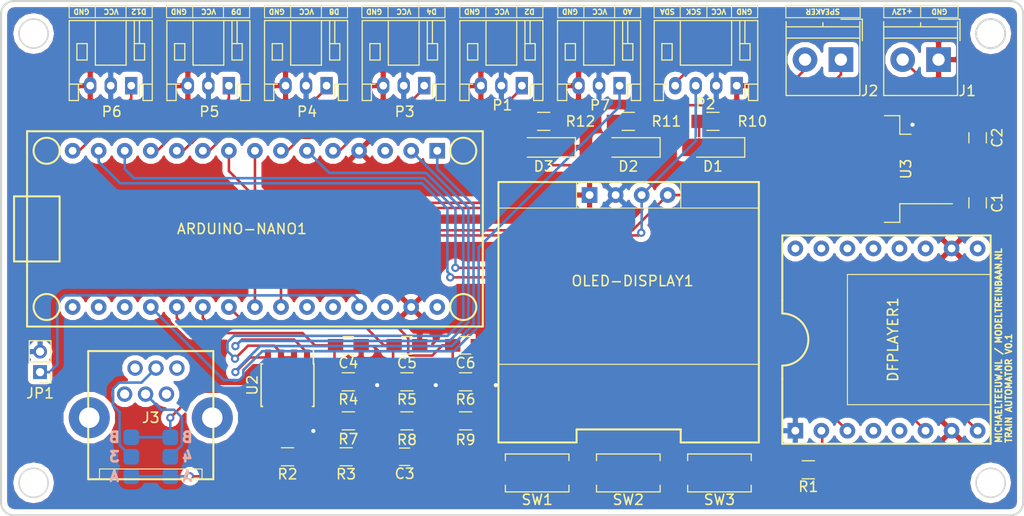
<source format=kicad_pcb>
(kicad_pcb (version 20170922) (host pcbnew "(2017-10-17 revision 537804b)-master")
  (layers (0 F.Cu signal) (31 B.Cu signal) (34 B.Paste user) (35 F.Paste user) (36 B.SilkS user) (37 F.SilkS user) (38 B.Mask user) (39 F.Mask user) (44 Edge.Cuts user))
  (layers (0 F.Cu signal) (31 B.Cu signal) (34 B.Paste user) (35 F.Paste user) (36 B.SilkS user) (37 F.SilkS user) (38 B.Mask user) (39 F.Mask user) (44 Edge.Cuts user))
  (net 0 "")
  (net 1 485_RX)
  (net 2 485_TX)
  (net 3 GND)
  (net 4 D2)
  (net 5 485_RSE)
  (net 6 D4)
  (net 7 LED1)
  (net 8 LED2)
  (net 9 LED3)
  (net 10 D8)
  (net 11 D9)
  (net 12 DFP_TX)
  (net 13 DFP_RX)
  (net 14 D12)
  (net 15 A0)
  (net 16 SW1)
  (net 17 SW2)
  (net 18 SW3)
  (net 19 SDA)
  (net 20 SCK)
  (net 21 +12V)
  (net 22 +5V)
  (net 23 "Net-(C3-Pad1)")
  (net 24 "Net-(D2-Pad2)")
  (net 25 "Net-(D3-Pad2)")
  (net 26 SPK_2)
  (net 27 SPK_1)
  (net 28 PHONE-A)
  (net 29 PHONE-B)
  (net 30 "Net-(R7-Pad2)")
  (net 31 "Net-(R8-Pad2)")
  (net 32 "Net-(R9-Pad2)")
  (net 33 "Net-(D1-Pad2)")
  (net 34 "Net-(ARDUINO-NANO1-Pad27)")
  (net 35 "Net-(DFPLAYER1-Pad2)")
  (net 36 RS485-B)
  (net 37 RS485-A)
  (net 38 "Net-(ARDUINO-NANO1-Pad3)")
  (net 39 "Net-(ARDUINO-NANO1-Pad16)")
  (net 40 "Net-(ARDUINO-NANO1-Pad17)")
  (net 41 "Net-(ARDUINO-NANO1-Pad18)")
  (net 42 "Net-(ARDUINO-NANO1-Pad25)")
  (net 43 "Net-(ARDUINO-NANO1-Pad26)")
  (net 44 "Net-(ARDUINO-NANO1-Pad28)")
  (net 45 "Net-(ARDUINO-NANO1-Pad30)")
  (net 46 "Net-(DFPLAYER1-Pad16)")
  (net 47 "Net-(DFPLAYER1-Pad15)")
  (net 48 "Net-(DFPLAYER1-Pad14)")
  (net 49 "Net-(DFPLAYER1-Pad13)")
  (net 50 "Net-(DFPLAYER1-Pad12)")
  (net 51 "Net-(DFPLAYER1-Pad11)")
  (net 52 "Net-(DFPLAYER1-Pad9)")
  (net 53 "Net-(DFPLAYER1-Pad5)")
  (net 54 "Net-(DFPLAYER1-Pad4)")
  (net 55 "Net-(J3-Pad7)")
  (net 56 "Net-(J3-Pad8)")
  (net 57 "Net-(J3-Pad2)")
  (net 58 "Net-(J3-Pad1)")
  (net 59 "Net-(J3-Pad5)")
  (net 60 "Net-(J3-Pad6)")
  (module DFPlayer:DFPlayerMini (layer F.Cu) (at 89.535 53.975 90)
    (fp_text reference DFPLAYER1 (at 8.89 9.525 90) (layer F.SilkS))
    (fp_text value DFPLAYER)
    (pad 16 thru_hole circle (at 17.78 0 90) (size 1.524 1.524) (drill 0.762) (layers *.Cu *.Mask) (net 46 "Net-(DFPLAYER1-Pad16)"))
    (pad 15 thru_hole circle (at 17.78 2.54 90) (size 1.524 1.524) (drill 0.762) (layers *.Cu *.Mask) (net 47 "Net-(DFPLAYER1-Pad15)"))
    (pad 14 thru_hole circle (at 17.78 5.08 90) (size 1.524 1.524) (drill 0.762) (layers *.Cu *.Mask) (net 48 "Net-(DFPLAYER1-Pad14)"))
    (pad 13 thru_hole circle (at 17.78 7.62 90) (size 1.524 1.524) (drill 0.762) (layers *.Cu *.Mask) (net 49 "Net-(DFPLAYER1-Pad13)"))
    (pad 12 thru_hole circle (at 17.78 10.16 90) (size 1.524 1.524) (drill 0.762) (layers *.Cu *.Mask) (net 50 "Net-(DFPLAYER1-Pad12)"))
    (pad 11 thru_hole circle (at 17.78 12.7 90) (size 1.524 1.524) (drill 0.762) (layers *.Cu *.Mask) (net 51 "Net-(DFPLAYER1-Pad11)"))
    (pad 10 thru_hole circle (at 17.78 15.24 90) (size 1.524 1.524) (drill 0.762) (layers *.Cu *.Mask) (net 3 GND))
    (pad 9 thru_hole circle (at 17.78 17.78 90) (size 1.524 1.524) (drill 0.762) (layers *.Cu *.Mask) (net 52 "Net-(DFPLAYER1-Pad9)"))
    (pad 8 thru_hole circle (at 0 17.78 90) (size 1.524 1.524) (drill 0.762) (layers *.Cu *.Mask) (net 26 SPK_2))
    (pad 7 thru_hole circle (at 0 15.24 90) (size 1.524 1.524) (drill 0.762) (layers *.Cu *.Mask) (net 3 GND))
    (pad 6 thru_hole circle (at 0 12.7 90) (size 1.524 1.524) (drill 0.762) (layers *.Cu *.Mask) (net 27 SPK_1))
    (pad 5 thru_hole circle (at 0 10.16 90) (size 1.524 1.524) (drill 0.762) (layers *.Cu *.Mask) (net 53 "Net-(DFPLAYER1-Pad5)"))
    (pad 4 thru_hole circle (at 0 7.62 90) (size 1.524 1.524) (drill 0.762) (layers *.Cu *.Mask) (net 54 "Net-(DFPLAYER1-Pad4)"))
    (pad 3 thru_hole circle (at 0 5.08 90) (size 1.524 1.524) (drill 0.762) (layers *.Cu *.Mask) (net 12 DFP_TX))
    (pad 2 thru_hole circle (at 0 2.54 90) (size 1.524 1.524) (drill 0.762) (layers *.Cu *.Mask) (net 35 "Net-(DFPLAYER1-Pad2)"))
    (pad 1 thru_hole rect (at 0 0 90) (size 1.524 1.524) (drill 0.762) (layers *.Cu *.Mask) (net 22 +5V))
  )
  (module Capacitors_SMD:C_0805_HandSoldering (layer F.Cu) (at 107.315 31.75 90)
    (fp_text reference C1 (at 0 1.905 90) (layer F.SilkS))
    (fp_text value 0.33uF)
    (pad 1 smd rect (at -1.25 0 90) (size 1.5 1.25) (layers F.Cu F.Paste F.Mask) (net 21 +12V))
    (pad 2 smd rect (at 1.25 0 90) (size 1.5 1.25) (layers F.Cu F.Paste F.Mask) (net 3 GND))
  )
  (module Capacitors_SMD:C_0805_HandSoldering (layer F.Cu) (at 107.315 25.4 270)
    (fp_text reference C2 (at 0 -1.905 270) (layer F.SilkS))
    (fp_text value 0.1uF)
    (pad 1 smd rect (at -1.25 0 270) (size 1.5 1.25) (layers F.Cu F.Paste F.Mask) (net 22 +5V))
    (pad 2 smd rect (at 1.25 0 270) (size 1.5 1.25) (layers F.Cu F.Paste F.Mask) (net 3 GND))
  )
  (module Capacitors_SMD:C_0805_HandSoldering (layer F.Cu) (at 51.435 56.515)
    (fp_text reference C3 (at 0 1.651) (layer F.SilkS))
    (fp_text value 0.1uF)
    (pad 1 smd rect (at -1.25 0) (size 1.5 1.25) (layers F.Cu F.Paste F.Mask) (net 23 "Net-(C3-Pad1)"))
    (pad 2 smd rect (at 1.25 0) (size 1.5 1.25) (layers F.Cu F.Paste F.Mask) (net 3 GND))
  )
  (module Capacitors_SMD:C_0805_HandSoldering (layer F.Cu) (at 45.93923 45.646866)
    (fp_text reference C4 (at 0 1.724134) (layer F.SilkS))
    (fp_text value 0.1uF)
    (pad 2 smd rect (at 1.25 0) (size 1.5 1.25) (layers F.Cu F.Paste F.Mask) (net 3 GND))
    (pad 1 smd rect (at -1.25 0) (size 1.5 1.25) (layers F.Cu F.Paste F.Mask) (net 16 SW1))
  )
  (module Capacitors_SMD:C_0805_HandSoldering (layer F.Cu) (at 51.65423 45.646866)
    (fp_text reference C5 (at 0 1.724134) (layer F.SilkS))
    (fp_text value 0.1uF)
    (pad 2 smd rect (at 1.25 0) (size 1.5 1.25) (layers F.Cu F.Paste F.Mask) (net 3 GND))
    (pad 1 smd rect (at -1.25 0) (size 1.5 1.25) (layers F.Cu F.Paste F.Mask) (net 17 SW2))
  )
  (module Capacitors_SMD:C_0805_HandSoldering (layer F.Cu) (at 57.36923 45.646866)
    (fp_text reference C6 (at 0 1.724134) (layer F.SilkS))
    (fp_text value 0.1uF)
    (pad 2 smd rect (at 1.25 0) (size 1.5 1.25) (layers F.Cu F.Paste F.Mask) (net 3 GND))
    (pad 1 smd rect (at -1.25 0) (size 1.5 1.25) (layers F.Cu F.Paste F.Mask) (net 18 SW3))
  )
  (module LEDs:LED_1206_HandSoldering (layer F.Cu) (at 73.24423 26.342866 180)
    (fp_text reference D2 (at 0 -1.85 180) (layer F.SilkS))
    (fp_text value LED)
    (pad 2 smd rect (at 2 0 180) (size 2 1.7) (layers F.Cu F.Paste F.Mask) (net 24 "Net-(D2-Pad2)"))
    (pad 1 smd rect (at -2 0 180) (size 2 1.7) (layers F.Cu F.Paste F.Mask) (net 3 GND))
  )
  (module LEDs:LED_1206_HandSoldering (layer F.Cu) (at 64.98923 26.342866 180)
    (fp_text reference D3 (at 0 -1.85 180) (layer F.SilkS))
    (fp_text value LED)
    (pad 2 smd rect (at 2 0 180) (size 2 1.7) (layers F.Cu F.Paste F.Mask) (net 25 "Net-(D3-Pad2)"))
    (pad 1 smd rect (at -2 0 180) (size 2 1.7) (layers F.Cu F.Paste F.Mask) (net 3 GND))
  )
  (module Connectors_Terminal_Blocks:TerminalBlock_4UCON_19963_02x3.5mm_Straight (layer F.Cu) (at 103.505 17.78 180)
    (fp_text reference J1 (at -2.794 -3.048 180) (layer F.SilkS))
    (fp_text value Screw_Terminal_1x02)
    (pad 2 thru_hole circle (at 3.5 0 180) (size 2.4 2.4) (drill 1.2) (layers *.Cu *.Mask) (net 21 +12V))
    (pad 1 thru_hole rect (at 0 0 180) (size 2.4 2.4) (drill 1.2) (layers *.Cu *.Mask) (net 3 GND))
  )
  (module Connectors_Terminal_Blocks:TerminalBlock_4UCON_19963_02x3.5mm_Straight (layer F.Cu) (at 93.98 17.78 180)
    (fp_text reference J2 (at -2.794 -3.048 180) (layer F.SilkS))
    (fp_text value Screw_Terminal_1x02)
    (pad 1 thru_hole rect (at 0 0 180) (size 2.4 2.4) (drill 1.2) (layers *.Cu *.Mask) (net 26 SPK_2))
    (pad 2 thru_hole circle (at 3.5 0 180) (size 2.4 2.4) (drill 1.2) (layers *.Cu *.Mask) (net 27 SPK_1))
  )
  (module Pin_Headers:Pin_Header_Straight_1x02_Pitch2.00mm (layer F.Cu) (at 15.875 48.26 180)
    (fp_text reference JP1 (at 0 -2.06 180) (layer F.SilkS))
    (fp_text value Jumper_NC_Small)
    (pad 2 thru_hole oval (at 0 2 180) (size 1.35 1.35) (drill 0.8) (layers *.Cu *.Mask) (net 22 +5V))
    (pad 1 thru_hole rect (at 0 0 180) (size 1.35 1.35) (drill 0.8) (layers *.Cu *.Mask) (net 34 "Net-(ARDUINO-NANO1-Pad27)"))
  )
  (module Connectors_JST:JST_PH_S3B-PH-K_03x2.00mm_Angled (layer F.Cu) (at 62.865 20.32 180)
    (fp_text reference P1 (at 1.905 -1.905 180) (layer F.SilkS))
    (fp_text value CONN_01X03)
    (pad 1 thru_hole rect (at 0 0 180) (size 1.2 1.7) (drill 0.75) (layers *.Cu *.Mask) (net 4 D2))
    (pad 2 thru_hole oval (at 2 0 180) (size 1.2 1.7) (drill 0.75) (layers *.Cu *.Mask) (net 22 +5V))
    (pad 3 thru_hole oval (at 4 0 180) (size 1.2 1.7) (drill 0.75) (layers *.Cu *.Mask) (net 3 GND))
  )
  (module Connectors_JST:JST_PH_S4B-PH-K_04x2.00mm_Angled (layer F.Cu) (at 83.82 20.32 180)
    (fp_text reference P2 (at 3.048 -1.778 180) (layer F.SilkS))
    (fp_text value CONN_01X04)
    (pad 4 thru_hole oval (at 6 0 180) (size 1.2 1.7) (drill 0.75) (layers *.Cu *.Mask) (net 19 SDA))
    (pad 3 thru_hole oval (at 4 0 180) (size 1.2 1.7) (drill 0.75) (layers *.Cu *.Mask) (net 20 SCK))
    (pad 2 thru_hole oval (at 2 0 180) (size 1.2 1.7) (drill 0.75) (layers *.Cu *.Mask) (net 22 +5V))
    (pad 1 thru_hole rect (at 0 0 180) (size 1.2 1.7) (drill 0.75) (layers *.Cu *.Mask) (net 3 GND))
  )
  (module Connectors_JST:JST_PH_S3B-PH-K_03x2.00mm_Angled (layer F.Cu) (at 53.34 20.32 180)
    (fp_text reference P3 (at 1.905 -2.54 180) (layer F.SilkS))
    (fp_text value CONN_01X03)
    (pad 3 thru_hole oval (at 4 0 180) (size 1.2 1.7) (drill 0.75) (layers *.Cu *.Mask) (net 3 GND))
    (pad 2 thru_hole oval (at 2 0 180) (size 1.2 1.7) (drill 0.75) (layers *.Cu *.Mask) (net 22 +5V))
    (pad 1 thru_hole rect (at 0 0 180) (size 1.2 1.7) (drill 0.75) (layers *.Cu *.Mask) (net 6 D4))
  )
  (module Connectors_JST:JST_PH_S3B-PH-K_03x2.00mm_Angled (layer F.Cu) (at 43.815 20.32 180)
    (fp_text reference P4 (at 1.905 -2.54 180) (layer F.SilkS))
    (fp_text value CONN_01X03)
    (pad 1 thru_hole rect (at 0 0 180) (size 1.2 1.7) (drill 0.75) (layers *.Cu *.Mask) (net 10 D8))
    (pad 2 thru_hole oval (at 2 0 180) (size 1.2 1.7) (drill 0.75) (layers *.Cu *.Mask) (net 22 +5V))
    (pad 3 thru_hole oval (at 4 0 180) (size 1.2 1.7) (drill 0.75) (layers *.Cu *.Mask) (net 3 GND))
  )
  (module Connectors_JST:JST_PH_S3B-PH-K_03x2.00mm_Angled (layer F.Cu) (at 34.29 20.32 180)
    (fp_text reference P5 (at 1.905 -2.54 180) (layer F.SilkS))
    (fp_text value CONN_01X03)
    (pad 3 thru_hole oval (at 4 0 180) (size 1.2 1.7) (drill 0.75) (layers *.Cu *.Mask) (net 3 GND))
    (pad 2 thru_hole oval (at 2 0 180) (size 1.2 1.7) (drill 0.75) (layers *.Cu *.Mask) (net 22 +5V))
    (pad 1 thru_hole rect (at 0 0 180) (size 1.2 1.7) (drill 0.75) (layers *.Cu *.Mask) (net 11 D9))
  )
  (module Connectors_JST:JST_PH_S3B-PH-K_03x2.00mm_Angled (layer F.Cu) (at 24.765 20.32 180)
    (fp_text reference P6 (at 1.905 -2.54 180) (layer F.SilkS))
    (fp_text value CONN_01X03)
    (pad 1 thru_hole rect (at 0 0 180) (size 1.2 1.7) (drill 0.75) (layers *.Cu *.Mask) (net 14 D12))
    (pad 2 thru_hole oval (at 2 0 180) (size 1.2 1.7) (drill 0.75) (layers *.Cu *.Mask) (net 22 +5V))
    (pad 3 thru_hole oval (at 4 0 180) (size 1.2 1.7) (drill 0.75) (layers *.Cu *.Mask) (net 3 GND))
  )
  (module Connectors_JST:JST_PH_S3B-PH-K_03x2.00mm_Angled (layer F.Cu) (at 72.39 20.32 180)
    (fp_text reference P7 (at 1.905 -1.905 180) (layer F.SilkS))
    (fp_text value CONN_01X03)
    (pad 3 thru_hole oval (at 4 0 180) (size 1.2 1.7) (drill 0.75) (layers *.Cu *.Mask) (net 3 GND))
    (pad 2 thru_hole oval (at 2 0 180) (size 1.2 1.7) (drill 0.75) (layers *.Cu *.Mask) (net 22 +5V))
    (pad 1 thru_hole rect (at 0 0 180) (size 1.2 1.7) (drill 0.75) (layers *.Cu *.Mask) (net 15 A0))
  )
  (module Resistors_SMD:R_0805_HandSoldering (layer F.Cu) (at 90.805 57.785 180)
    (fp_text reference R1 (at 0 -1.651 180) (layer F.SilkS))
    (fp_text value 1K)
    (pad 2 smd rect (at 1.35 0 180) (size 1.5 1.3) (layers F.Cu F.Paste F.Mask) (net 13 DFP_RX))
    (pad 1 smd rect (at -1.35 0 180) (size 1.5 1.3) (layers F.Cu F.Paste F.Mask) (net 35 "Net-(DFPLAYER1-Pad2)"))
  )
  (module Resistors_SMD:R_0805_HandSoldering (layer F.Cu) (at 40.005 56.515 180)
    (fp_text reference R2 (at 0 -1.7 180) (layer F.SilkS))
    (fp_text value 120R)
    (pad 2 smd rect (at 1.35 0 180) (size 1.5 1.3) (layers F.Cu F.Paste F.Mask) (net 37 RS485-A))
    (pad 1 smd rect (at -1.35 0 180) (size 1.5 1.3) (layers F.Cu F.Paste F.Mask) (net 36 RS485-B))
  )
  (module Resistors_SMD:R_0805_HandSoldering (layer F.Cu) (at 45.72 56.515 180)
    (fp_text reference R3 (at 0 -1.7 180) (layer F.SilkS))
    (fp_text value 1K)
    (pad 1 smd rect (at -1.35 0 180) (size 1.5 1.3) (layers F.Cu F.Paste F.Mask) (net 23 "Net-(C3-Pad1)"))
    (pad 2 smd rect (at 1.35 0 180) (size 1.5 1.3) (layers F.Cu F.Paste F.Mask) (net 5 485_RSE))
  )
  (module Resistors_SMD:R_0805_HandSoldering (layer F.Cu) (at 45.93923 49.202866 180)
    (fp_text reference R4 (at 0 -1.724134 180) (layer F.SilkS))
    (fp_text value 10K)
    (pad 2 smd rect (at 1.35 0 180) (size 1.5 1.3) (layers F.Cu F.Paste F.Mask) (net 16 SW1))
    (pad 1 smd rect (at -1.35 0 180) (size 1.5 1.3) (layers F.Cu F.Paste F.Mask) (net 22 +5V))
  )
  (module Resistors_SMD:R_0805_HandSoldering (layer F.Cu) (at 51.65423 49.202866 180)
    (fp_text reference R5 (at 0 -1.724134 180) (layer F.SilkS))
    (fp_text value 10K)
    (pad 2 smd rect (at 1.35 0 180) (size 1.5 1.3) (layers F.Cu F.Paste F.Mask) (net 17 SW2))
    (pad 1 smd rect (at -1.35 0 180) (size 1.5 1.3) (layers F.Cu F.Paste F.Mask) (net 22 +5V))
  )
  (module Resistors_SMD:R_0805_HandSoldering (layer F.Cu) (at 57.36923 49.202866 180)
    (fp_text reference R6 (at 0 -1.724134 180) (layer F.SilkS))
    (fp_text value 10K)
    (pad 2 smd rect (at 1.35 0 180) (size 1.5 1.3) (layers F.Cu F.Paste F.Mask) (net 18 SW3))
    (pad 1 smd rect (at -1.35 0 180) (size 1.5 1.3) (layers F.Cu F.Paste F.Mask) (net 22 +5V))
  )
  (module Resistors_SMD:R_0805_HandSoldering (layer F.Cu) (at 45.93923 53.012866)
    (fp_text reference R7 (at 0 1.778) (layer F.SilkS))
    (fp_text value 1K)
    (pad 1 smd rect (at -1.35 0) (size 1.5 1.3) (layers F.Cu F.Paste F.Mask) (net 16 SW1))
    (pad 2 smd rect (at 1.35 0) (size 1.5 1.3) (layers F.Cu F.Paste F.Mask) (net 30 "Net-(R7-Pad2)"))
  )
  (module Resistors_SMD:R_0805_HandSoldering (layer F.Cu) (at 51.65423 53.012866)
    (fp_text reference R8 (at 0 1.851134) (layer F.SilkS))
    (fp_text value 1K)
    (pad 1 smd rect (at -1.35 0) (size 1.5 1.3) (layers F.Cu F.Paste F.Mask) (net 17 SW2))
    (pad 2 smd rect (at 1.35 0) (size 1.5 1.3) (layers F.Cu F.Paste F.Mask) (net 31 "Net-(R8-Pad2)"))
  )
  (module Resistors_SMD:R_0805_HandSoldering (layer F.Cu) (at 57.36923 53.012866)
    (fp_text reference R9 (at 0 1.851134) (layer F.SilkS))
    (fp_text value 1K)
    (pad 1 smd rect (at -1.35 0) (size 1.5 1.3) (layers F.Cu F.Paste F.Mask) (net 18 SW3))
    (pad 2 smd rect (at 1.35 0) (size 1.5 1.3) (layers F.Cu F.Paste F.Mask) (net 32 "Net-(R9-Pad2)"))
  )
  (module Resistors_SMD:R_0805_HandSoldering (layer F.Cu) (at 81.49923 23.802866)
    (fp_text reference R10 (at 3.84477 0) (layer F.SilkS))
    (fp_text value 150R)
    (pad 1 smd rect (at -1.35 0) (size 1.5 1.3) (layers F.Cu F.Paste F.Mask) (net 33 "Net-(D1-Pad2)"))
    (pad 2 smd rect (at 1.35 0) (size 1.5 1.3) (layers F.Cu F.Paste F.Mask) (net 7 LED1))
  )
  (module Resistors_SMD:R_0805_HandSoldering (layer F.Cu) (at 73.24423 23.802866)
    (fp_text reference R11 (at 3.71777 0) (layer F.SilkS))
    (fp_text value 150R)
    (pad 1 smd rect (at -1.35 0) (size 1.5 1.3) (layers F.Cu F.Paste F.Mask) (net 24 "Net-(D2-Pad2)"))
    (pad 2 smd rect (at 1.35 0) (size 1.5 1.3) (layers F.Cu F.Paste F.Mask) (net 8 LED2))
  )
  (module Resistors_SMD:R_0805_HandSoldering (layer F.Cu) (at 64.98923 23.802866)
    (fp_text reference R12 (at 3.59077 0) (layer F.SilkS))
    (fp_text value 150R)
    (pad 2 smd rect (at 1.35 0) (size 1.5 1.3) (layers F.Cu F.Paste F.Mask) (net 9 LED3))
    (pad 1 smd rect (at -1.35 0) (size 1.5 1.3) (layers F.Cu F.Paste F.Mask) (net 25 "Net-(D3-Pad2)"))
  )
  (module Buttons_Switches_SMD:SW_SPST_EVQPE1 (layer F.Cu) (at 64.35423 58.092866)
    (fp_text reference SW1 (at 0 2.613134) (layer F.SilkS))
    (fp_text value SW_Push)
    (pad 1 smd rect (at -2.7 0) (size 2 1.6) (layers F.Cu F.Paste F.Mask) (net 3 GND))
    (pad 2 smd rect (at 2.7 0) (size 2 1.6) (layers F.Cu F.Paste F.Mask) (net 30 "Net-(R7-Pad2)"))
  )
  (module Buttons_Switches_SMD:SW_SPST_EVQPE1 (layer F.Cu) (at 73.24423 58.092866)
    (fp_text reference SW2 (at 0 2.613134) (layer F.SilkS))
    (fp_text value SW_Push)
    (pad 2 smd rect (at 2.7 0) (size 2 1.6) (layers F.Cu F.Paste F.Mask) (net 31 "Net-(R8-Pad2)"))
    (pad 1 smd rect (at -2.7 0) (size 2 1.6) (layers F.Cu F.Paste F.Mask) (net 3 GND))
  )
  (module Buttons_Switches_SMD:SW_SPST_EVQPE1 (layer F.Cu) (at 82.13423 58.092866)
    (fp_text reference SW3 (at 0 2.613134) (layer F.SilkS))
    (fp_text value SW_Push)
    (pad 1 smd rect (at -2.7 0) (size 2 1.6) (layers F.Cu F.Paste F.Mask) (net 3 GND))
    (pad 2 smd rect (at 2.7 0) (size 2 1.6) (layers F.Cu F.Paste F.Mask) (net 32 "Net-(R9-Pad2)"))
  )
  (module Housings_SOIC:SOIC-8_3.9x4.9mm_Pitch1.27mm (layer F.Cu) (at 40.005 49.53 270)
    (fp_text reference U2 (at 0 3.429 270) (layer F.SilkS))
    (fp_text value SP3481CN)
    (pad 8 smd rect (at 2.7 -1.905 270) (size 1.55 0.6) (layers F.Cu F.Paste F.Mask) (net 22 +5V))
    (pad 7 smd rect (at 2.7 -0.635 270) (size 1.55 0.6) (layers F.Cu F.Paste F.Mask) (net 36 RS485-B))
    (pad 6 smd rect (at 2.7 0.635 270) (size 1.55 0.6) (layers F.Cu F.Paste F.Mask) (net 37 RS485-A))
    (pad 5 smd rect (at 2.7 1.905 270) (size 1.55 0.6) (layers F.Cu F.Paste F.Mask) (net 3 GND))
    (pad 4 smd rect (at -2.7 1.905 270) (size 1.55 0.6) (layers F.Cu F.Paste F.Mask) (net 1 485_RX))
    (pad 3 smd rect (at -2.7 0.635 270) (size 1.55 0.6) (layers F.Cu F.Paste F.Mask) (net 5 485_RSE))
    (pad 2 smd rect (at -2.7 -0.635 270) (size 1.55 0.6) (layers F.Cu F.Paste F.Mask) (net 5 485_RSE))
    (pad 1 smd rect (at -2.7 -1.905 270) (size 1.55 0.6) (layers F.Cu F.Paste F.Mask) (net 2 485_TX))
  )
  (module TO_SOT_Packages_SMD:TO-263-2 (layer F.Cu) (at 96.774 28.448 180)
    (fp_text reference U3 (at -3.556 0 90) (layer F.SilkS))
    (fp_text value LM7805)
    (pad 2 smd rect (at 0.95 2.775 180) (size 4.55 5.25) (layers F.Cu F.Paste) (net 3 GND))
    (pad 2 smd rect (at 5.8 -2.775 180) (size 4.55 5.25) (layers F.Cu F.Paste) (net 3 GND))
    (pad 2 smd rect (at 0.95 -2.775 180) (size 4.55 5.25) (layers F.Cu F.Paste) (net 3 GND))
    (pad 2 smd rect (at 5.8 2.775 180) (size 4.55 5.25) (layers F.Cu F.Paste) (net 3 GND))
    (pad 2 smd rect (at 3.375 0 180) (size 9.4 10.8) (layers F.Cu F.Mask) (net 3 GND))
    (pad 3 smd rect (at -5.775 2.54 180) (size 4.6 1.1) (layers F.Cu F.Paste F.Mask) (net 22 +5V))
    (pad 1 smd rect (at -5.775 -2.54 180) (size 4.6 1.1) (layers F.Cu F.Paste F.Mask) (net 21 +12V))
  )
  (module SSD1306-OLED:SSD1306-096-OLED-I2C (layer F.Cu) (at 69.469 30.988)
    (fp_text reference OLED-DISPLAY1 (at 4.191 8.382) (layer F.SilkS))
    (fp_text value SSD1306_I2C)
    (pad 1 thru_hole rect (at 0 0) (size 1.524 1.524) (drill 0.762) (layers *.Cu *.Mask) (net 3 GND))
    (pad 2 thru_hole circle (at 2.54 0) (size 1.524 1.524) (drill 0.762) (layers *.Cu *.Mask) (net 22 +5V))
    (pad 3 thru_hole circle (at 5.08 0) (size 1.524 1.524) (drill 0.762) (layers *.Cu *.Mask) (net 20 SCK))
    (pad 4 thru_hole circle (at 7.62 0) (size 1.524 1.524) (drill 0.762) (layers *.Cu *.Mask) (net 19 SDA))
  )
  (module LEDs:LED_1206_HandSoldering (layer F.Cu) (at 81.49923 26.342866 180)
    (fp_text reference D1 (at 0 -1.85 180) (layer F.SilkS))
    (fp_text value LED)
    (pad 2 smd rect (at 2 0 180) (size 2 1.7) (layers F.Cu F.Paste F.Mask) (net 33 "Net-(D1-Pad2)"))
    (pad 1 smd rect (at -2 0 180) (size 2 1.7) (layers F.Cu F.Paste F.Mask) (net 3 GND))
  )
  (module Arduino:ArduinoNano (layer F.Cu) (at 54.61 26.67 270)
    (fp_text reference ARDUINO-NANO1 (at 7.62 19.05 180) (layer F.SilkS))
    (fp_text value ARDUINO_NANO)
    (pad 1 thru_hole rect (at 0 0 270) (size 1.524 1.524) (drill 0.762) (layers *.Cu *.Mask) (net 1 485_RX))
    (pad 2 thru_hole circle (at 0 2.54 270) (size 1.524 1.524) (drill 0.762) (layers *.Cu *.Mask) (net 2 485_TX))
    (pad 3 thru_hole circle (at 0 5.08 270) (size 1.524 1.524) (drill 0.762) (layers *.Cu *.Mask) (net 38 "Net-(ARDUINO-NANO1-Pad3)"))
    (pad 4 thru_hole circle (at 0 7.62 270) (size 1.524 1.524) (drill 0.762) (layers *.Cu *.Mask) (net 3 GND))
    (pad 5 thru_hole circle (at 0 10.16 270) (size 1.524 1.524) (drill 0.762) (layers *.Cu *.Mask) (net 4 D2))
    (pad 6 thru_hole circle (at 0 12.7 270) (size 1.524 1.524) (drill 0.762) (layers *.Cu *.Mask) (net 5 485_RSE))
    (pad 7 thru_hole circle (at 0 15.24 270) (size 1.524 1.524) (drill 0.762) (layers *.Cu *.Mask) (net 6 D4))
    (pad 8 thru_hole circle (at 0 17.78 270) (size 1.524 1.524) (drill 0.762) (layers *.Cu *.Mask) (net 9 LED3))
    (pad 9 thru_hole circle (at 0 20.32 270) (size 1.524 1.524) (drill 0.762) (layers *.Cu *.Mask) (net 8 LED2))
    (pad 10 thru_hole circle (at 0 22.86 270) (size 1.524 1.524) (drill 0.762) (layers *.Cu *.Mask) (net 7 LED1))
    (pad 11 thru_hole circle (at 0 25.4 270) (size 1.524 1.524) (drill 0.762) (layers *.Cu *.Mask) (net 10 D8))
    (pad 12 thru_hole circle (at 0 27.94 270) (size 1.524 1.524) (drill 0.762) (layers *.Cu *.Mask) (net 11 D9))
    (pad 13 thru_hole circle (at 0 30.48 270) (size 1.524 1.524) (drill 0.762) (layers *.Cu *.Mask) (net 12 DFP_TX))
    (pad 14 thru_hole circle (at 0 33.02 270) (size 1.524 1.524) (drill 0.762) (layers *.Cu *.Mask) (net 13 DFP_RX))
    (pad 15 thru_hole circle (at 0 35.56 270) (size 1.524 1.524) (drill 0.762) (layers *.Cu *.Mask) (net 14 D12))
    (pad 16 thru_hole circle (at 15.24 35.56 270) (size 1.524 1.524) (drill 0.762) (layers *.Cu *.Mask) (net 39 "Net-(ARDUINO-NANO1-Pad16)"))
    (pad 17 thru_hole circle (at 15.24 33.02 270) (size 1.524 1.524) (drill 0.762) (layers *.Cu *.Mask) (net 40 "Net-(ARDUINO-NANO1-Pad17)"))
    (pad 18 thru_hole circle (at 15.24 30.48 270) (size 1.524 1.524) (drill 0.762) (layers *.Cu *.Mask) (net 41 "Net-(ARDUINO-NANO1-Pad18)"))
    (pad 19 thru_hole circle (at 15.24 27.94 270) (size 1.524 1.524) (drill 0.762) (layers *.Cu *.Mask) (net 15 A0))
    (pad 20 thru_hole circle (at 15.24 25.4 270) (size 1.524 1.524) (drill 0.762) (layers *.Cu *.Mask) (net 16 SW1))
    (pad 21 thru_hole circle (at 15.24 22.86 270) (size 1.524 1.524) (drill 0.762) (layers *.Cu *.Mask) (net 17 SW2))
    (pad 22 thru_hole circle (at 15.24 20.32 270) (size 1.524 1.524) (drill 0.762) (layers *.Cu *.Mask) (net 18 SW3))
    (pad 23 thru_hole circle (at 15.24 17.78 270) (size 1.524 1.524) (drill 0.762) (layers *.Cu *.Mask) (net 19 SDA))
    (pad 24 thru_hole circle (at 15.24 15.24 270) (size 1.524 1.524) (drill 0.762) (layers *.Cu *.Mask) (net 20 SCK))
    (pad 25 thru_hole circle (at 15.24 12.7 270) (size 1.524 1.524) (drill 0.762) (layers *.Cu *.Mask) (net 42 "Net-(ARDUINO-NANO1-Pad25)"))
    (pad 26 thru_hole circle (at 15.24 10.16 270) (size 1.524 1.524) (drill 0.762) (layers *.Cu *.Mask) (net 43 "Net-(ARDUINO-NANO1-Pad26)"))
    (pad 27 thru_hole circle (at 15.24 7.62 270) (size 1.524 1.524) (drill 0.762) (layers *.Cu *.Mask) (net 34 "Net-(ARDUINO-NANO1-Pad27)"))
    (pad 28 thru_hole circle (at 15.24 5.08 270) (size 1.524 1.524) (drill 0.762) (layers *.Cu *.Mask) (net 44 "Net-(ARDUINO-NANO1-Pad28)"))
    (pad 29 thru_hole circle (at 15.24 2.54 270) (size 1.524 1.524) (drill 0.762) (layers *.Cu *.Mask) (net 3 GND))
    (pad 30 thru_hole circle (at 15.24 0 270) (size 1.524 1.524) (drill 0.762) (layers *.Cu *.Mask) (net 45 "Net-(ARDUINO-NANO1-Pad30)"))
  )
  (module Jumper:DualJumper-NC (layer B.Cu) (at 24.13 59.055)
    (fp_text reference JP2)
    (fp_text value Jumper_NC_Dual)
    (pad 3 smd roundrect (at 0.635 -4.445) (size 1.524 1.524) (layers B.Cu B.Paste B.Mask) (net 36 RS485-B))
    (pad 2 smd roundrect (at 0.635 -2.54) (size 1.524 1.524) (layers B.Cu B.Paste B.Mask) (net 28 PHONE-A))
    (pad 1 smd roundrect (at 0.635 -0.635) (size 1.524 1.524) (layers B.Cu B.Paste B.Mask) (net 37 RS485-A))
  )
  (module Jumper:DualJumper-NC (layer B.Cu) (at 27.94 59.055)
    (fp_text reference JP3)
    (fp_text value Jumper_NC_Dual)
    (pad 1 smd roundrect (at 0.635 -0.635) (size 1.524 1.524) (layers B.Cu B.Paste B.Mask) (net 37 RS485-A))
    (pad 2 smd roundrect (at 0.635 -2.54) (size 1.524 1.524) (layers B.Cu B.Paste B.Mask) (net 29 PHONE-B))
    (pad 3 smd roundrect (at 0.635 -4.445) (size 1.524 1.524) (layers B.Cu B.Paste B.Mask) (net 36 RS485-B))
  )
  (module RJ12:RJ12 (layer F.Cu) (at 26.67 52.705 180)
    (fp_text reference J3 (at 0 0 180) (layer F.SilkS))
    (fp_text value RJ12)
    (pad 7 thru_hole circle (at -6 0 180) (size 4 4) (drill 2) (layers *.Cu *.Mask) (net 55 "Net-(J3-Pad7)"))
    (pad 8 thru_hole circle (at 6 0 180) (size 4 4) (drill 2) (layers *.Cu *.Mask) (net 56 "Net-(J3-Pad8)"))
    (pad 4 thru_hole circle (at 0.51 2.3 180) (size 1.5 1.5) (drill 0.9) (layers *.Cu *.Mask) (net 29 PHONE-B))
    (pad 3 thru_hole circle (at -0.51 4.84 180) (size 1.5 1.5) (drill 0.9) (layers *.Cu *.Mask) (net 28 PHONE-A))
    (pad 2 thru_hole circle (at -1.53 2.3 180) (size 1.5 1.5) (drill 0.9) (layers *.Cu *.Mask) (net 57 "Net-(J3-Pad2)"))
    (pad 1 thru_hole circle (at -2.55 4.84 180) (size 1.5 1.5) (drill 0.9) (layers *.Cu *.Mask) (net 58 "Net-(J3-Pad1)"))
    (pad 5 thru_hole circle (at 1.53 4.84 180) (size 1.5 1.5) (drill 0.9) (layers *.Cu *.Mask) (net 59 "Net-(J3-Pad5)"))
    (pad 6 thru_hole circle (at 2.55 2.3 180) (size 1.5 1.5) (drill 0.9) (layers *.Cu *.Mask) (net 60 "Net-(J3-Pad6)"))
  )
  (gr_text B (at 23.114 54.61) (layer B.SilkS) (effects (font (size 1 1) (thickness 0.25)) (justify mirror)))
  (gr_text 3 (at 23.114 56.515) (layer B.SilkS) (effects (font (size 1 1) (thickness 0.25)) (justify mirror)))
  (gr_text A (at 23.114 58.42) (layer B.SilkS) (effects (font (size 1 1) (thickness 0.25)) (justify mirror)))
  (gr_text A (at 30.226 58.42) (layer B.SilkS) (effects (font (size 1 1) (thickness 0.25)) (justify mirror)))
  (gr_text 4 (at 30.226 56.515) (layer B.SilkS) (effects (font (size 1 1) (thickness 0.25)) (justify mirror)))
  (gr_text B (at 30.226 54.61) (layer B.SilkS) (effects (font (size 1 1) (thickness 0.25)) (justify mirror)))
  (gr_arc (start 110.49 13.335) (end 111.76 13.335) (angle -90) (layer Edge.Cuts) (width 0.2))
  (gr_arc (start 110.49 60.96) (end 110.49 62.23) (angle -90) (layer Edge.Cuts) (width 0.2))
  (gr_arc (start 13.335 60.96) (end 12.065 60.96) (angle -90) (layer Edge.Cuts) (width 0.2))
  (gr_arc (start 13.335 13.335) (end 13.335 12.065) (angle -90) (layer Edge.Cuts) (width 0.2))
  (gr_line (start 12.065 60.96) (end 12.065 13.335) (layer Edge.Cuts) (width 0.2))
  (gr_arc (start 13.335 13.335) (end 13.335 12.065) (angle -90) (layer Edge.Cuts) (width 0.1))
  (gr_text GND (at 103.585 13.09 180) (layer F.SilkS) (effects (font (size 0.5 0.5) (thickness 0.125))))
  (gr_line (start 101.76 13.665) (end 101.76 12.515) (layer F.SilkS) (width 0.1))
  (gr_text +12V (at 99.985 13.09 180) (layer F.SilkS) (effects (font (size 0.5 0.5) (thickness 0.125))))
  (gr_line (start 105.41 13.69) (end 105.41 12.49) (layer F.SilkS) (width 0.1))
  (gr_line (start 105.41 12.49) (end 98.16 12.49) (layer F.SilkS) (width 0.1))
  (gr_line (start 98.16 13.69) (end 105.41 13.69) (layer F.SilkS) (width 0.1))
  (gr_line (start 98.16 12.49) (end 98.16 13.69) (layer F.SilkS) (width 0.1))
  (gr_text SPEAKER (at 92.21 13.09 180) (layer F.SilkS) (effects (font (size 0.5 0.5) (thickness 0.125))))
  (gr_line (start 95.86 13.69) (end 95.86 12.49) (layer F.SilkS) (width 0.1))
  (gr_line (start 95.86 12.49) (end 88.61 12.49) (layer F.SilkS) (width 0.1))
  (gr_line (start 88.61 13.69) (end 95.86 13.69) (layer F.SilkS) (width 0.1))
  (gr_line (start 88.61 12.49) (end 88.61 13.69) (layer F.SilkS) (width 0.1))
  (gr_text VCC (at 82.06 13.09 180) (layer F.SilkS) (effects (font (size 0.5 0.5) (thickness 0.125))))
  (gr_line (start 83.31 13.69) (end 83.31 12.49) (layer F.SilkS) (width 0.1))
  (gr_text SDA (at 77.06 13.09 180) (layer F.SilkS) (effects (font (size 0.5 0.5) (thickness 0.125))))
  (gr_text GND (at 84.56 13.09 180) (layer F.SilkS) (effects (font (size 0.5 0.5) (thickness 0.125))))
  (gr_text SCK (at 79.61 13.09 180) (layer F.SilkS) (effects (font (size 0.5 0.5) (thickness 0.125))))
  (gr_line (start 85.86 13.69) (end 85.86 12.49) (layer F.SilkS) (width 0.1))
  (gr_line (start 85.86 12.49) (end 75.76 12.49) (layer F.SilkS) (width 0.1))
  (gr_line (start 80.91 13.69) (end 80.91 12.49) (layer F.SilkS) (width 0.1))
  (gr_line (start 78.31 13.69) (end 78.31 12.49) (layer F.SilkS) (width 0.1))
  (gr_line (start 75.76 13.69) (end 85.86 13.69) (layer F.SilkS) (width 0.1))
  (gr_line (start 75.76 12.49) (end 75.76 13.69) (layer F.SilkS) (width 0.1))
  (gr_text VCC (at 70.46 13.09 180) (layer F.SilkS) (effects (font (size 0.5 0.5) (thickness 0.125))))
  (gr_text A0 (at 73.16 13.09 180) (layer F.SilkS) (effects (font (size 0.5 0.5) (thickness 0.125))))
  (gr_text GND (at 67.56 13.09 180) (layer F.SilkS) (effects (font (size 0.5 0.5) (thickness 0.125))))
  (gr_line (start 66.36 13.69) (end 74.46 13.69) (layer F.SilkS) (width 0.1))
  (gr_line (start 74.46 12.49) (end 66.36 12.49) (layer F.SilkS) (width 0.1))
  (gr_line (start 71.91 13.69) (end 71.91 12.49) (layer F.SilkS) (width 0.1))
  (gr_line (start 66.36 12.49) (end 66.36 13.69) (layer F.SilkS) (width 0.1))
  (gr_line (start 74.46 13.69) (end 74.46 12.49) (layer F.SilkS) (width 0.1))
  (gr_line (start 68.91 13.69) (end 68.91 12.49) (layer F.SilkS) (width 0.1))
  (gr_text D2 (at 63.61 13.09 180) (layer F.SilkS) (effects (font (size 0.5 0.5) (thickness 0.125))))
  (gr_text GND (at 58.01 13.09 180) (layer F.SilkS) (effects (font (size 0.5 0.5) (thickness 0.125))))
  (gr_text VCC (at 60.91 13.09 180) (layer F.SilkS) (effects (font (size 0.5 0.5) (thickness 0.125))))
  (gr_line (start 64.91 12.49) (end 56.81 12.49) (layer F.SilkS) (width 0.1))
  (gr_line (start 56.81 13.69) (end 64.91 13.69) (layer F.SilkS) (width 0.1))
  (gr_line (start 59.36 13.69) (end 59.36 12.49) (layer F.SilkS) (width 0.1))
  (gr_line (start 56.81 12.49) (end 56.81 13.69) (layer F.SilkS) (width 0.1))
  (gr_line (start 62.36 13.69) (end 62.36 12.49) (layer F.SilkS) (width 0.1))
  (gr_line (start 64.91 13.69) (end 64.91 12.49) (layer F.SilkS) (width 0.1))
  (gr_text VCC (at 51.36 13.09 180) (layer F.SilkS) (effects (font (size 0.5 0.5) (thickness 0.125))))
  (gr_text D4 (at 54.06 13.09 180) (layer F.SilkS) (effects (font (size 0.5 0.5) (thickness 0.125))))
  (gr_text GND (at 48.46 13.09 180) (layer F.SilkS) (effects (font (size 0.5 0.5) (thickness 0.125))))
  (gr_line (start 55.36 12.49) (end 47.26 12.49) (layer F.SilkS) (width 0.1))
  (gr_line (start 52.81 13.69) (end 52.81 12.49) (layer F.SilkS) (width 0.1))
  (gr_line (start 47.26 12.49) (end 47.26 13.69) (layer F.SilkS) (width 0.1))
  (gr_line (start 55.36 13.69) (end 55.36 12.49) (layer F.SilkS) (width 0.1))
  (gr_line (start 49.81 13.69) (end 49.81 12.49) (layer F.SilkS) (width 0.1))
  (gr_line (start 47.26 13.69) (end 55.36 13.69) (layer F.SilkS) (width 0.1))
  (gr_text GND (at 38.96 13.09 180) (layer F.SilkS) (effects (font (size 0.5 0.5) (thickness 0.125))))
  (gr_text VCC (at 41.86 13.09 180) (layer F.SilkS) (effects (font (size 0.5 0.5) (thickness 0.125))))
  (gr_text D8 (at 44.56 13.09 180) (layer F.SilkS) (effects (font (size 0.5 0.5) (thickness 0.125))))
  (gr_line (start 45.86 12.49) (end 37.76 12.49) (layer F.SilkS) (width 0.1))
  (gr_line (start 45.86 13.69) (end 45.86 12.49) (layer F.SilkS) (width 0.1))
  (gr_line (start 37.76 13.69) (end 45.86 13.69) (layer F.SilkS) (width 0.1))
  (gr_line (start 43.31 13.69) (end 43.31 12.49) (layer F.SilkS) (width 0.1))
  (gr_line (start 40.31 13.69) (end 40.31 12.49) (layer F.SilkS) (width 0.1))
  (gr_line (start 37.76 12.49) (end 37.76 13.69) (layer F.SilkS) (width 0.1))
  (gr_text D9 (at 35.01 13.09 180) (layer F.SilkS) (effects (font (size 0.5 0.5) (thickness 0.125))))
  (gr_text VCC (at 32.31 13.09 180) (layer F.SilkS) (effects (font (size 0.5 0.5) (thickness 0.125))))
  (gr_line (start 30.76 13.69) (end 30.76 12.49) (layer F.SilkS) (width 0.1))
  (gr_line (start 36.31 13.69) (end 36.31 12.49) (layer F.SilkS) (width 0.1))
  (gr_line (start 33.76 13.69) (end 33.76 12.49) (layer F.SilkS) (width 0.1))
  (gr_text GND (at 29.41 13.09 180) (layer F.SilkS) (effects (font (size 0.5 0.5) (thickness 0.125))))
  (gr_line (start 28.21 12.49) (end 28.21 13.69) (layer F.SilkS) (width 0.1))
  (gr_line (start 28.21 13.69) (end 36.31 13.69) (layer F.SilkS) (width 0.1))
  (gr_line (start 36.31 12.49) (end 28.21 12.49) (layer F.SilkS) (width 0.1))
  (gr_text D12 (at 25.51 13.09 180) (layer F.SilkS) (effects (font (size 0.5 0.5) (thickness 0.125))))
  (gr_text VCC (at 22.81 13.09 180) (layer F.SilkS) (effects (font (size 0.5 0.5) (thickness 0.125))))
  (gr_text GND (at 19.91 13.09 180) (layer F.SilkS) (effects (font (size 0.5 0.5) (thickness 0.125))))
  (gr_line (start 24.26 13.69) (end 24.26 12.49) (layer F.SilkS) (width 0.1))
  (gr_line (start 21.26 13.69) (end 21.26 12.49) (layer F.SilkS) (width 0.1))
  (gr_line (start 18.71 12.49) (end 18.71 13.69) (layer F.SilkS) (width 0.1))
  (gr_line (start 26.81 12.49) (end 18.71 12.49) (layer F.SilkS) (width 0.1))
  (gr_line (start 26.81 13.69) (end 26.81 12.49) (layer F.SilkS) (width 0.1))
  (gr_line (start 18.71 13.69) (end 26.81 13.69) (layer F.SilkS) (width 0.1))
  (gr_circle (center 108.585 15.24) (end 109.22 16.51) (layer Edge.Cuts) (width 0.2))
  (gr_text "MICHAELTEEUW.NL / MODELTREINBAAN.NL\nTRAIN AUTOMATOR V0.1" (at 109.855 55.245 90) (layer F.SilkS) (effects (font (size 0.6096 0.6096) (thickness 0.1524)) (justify left)))
  (gr_circle (center 108.585 59.055) (end 109.22 60.325) (layer Edge.Cuts) (width 0.15))
  (gr_circle (center 15.24 59.055) (end 15.875 60.325) (layer Edge.Cuts) (width 0.15))
  (gr_circle (center 15.24 15.24) (end 16.51 15.875) (layer Edge.Cuts) (width 0.15))
  (gr_line (start 110.49 12.065) (end 13.335 12.065) (layer Edge.Cuts) (width 0.2))
  (gr_line (start 111.76 60.96) (end 111.76 13.335) (layer Edge.Cuts) (width 0.2))
  (gr_line (start 13.335 62.23) (end 110.49 62.23) (layer Edge.Cuts) (width 0.2))
  (gr_line (start 12.065 13.335) (end 12.065 60.96) (layer Edge.Cuts) (width 0.2))
  (segment (start 54.61 26.67) (end 54.61 28.448) (width 0.25) (layer B.Cu) (net 1))
  (segment (start 34.925 48.133) (end 34.925 48.254999) (width 0.25) (layer B.Cu) (net 1))
  (segment (start 54.61 28.448) (end 58.150022 31.988022) (width 0.25) (layer B.Cu) (net 1))
  (segment (start 58.150022 31.988022) (end 58.150022 37.301776) (width 0.25) (layer B.Cu) (net 1))
  (segment (start 58.150022 37.301776) (end 58.150706 37.30246) (width 0.25) (layer B.Cu) (net 1))
  (segment (start 58.150706 37.30246) (end 58.150705 38.874907) (width 0.25) (layer B.Cu) (net 1))
  (segment (start 58.15002 43.594224) (end 56.024244 45.72) (width 0.25) (layer B.Cu) (net 1))
  (segment (start 56.024244 45.72) (end 37.338 45.72) (width 0.25) (layer B.Cu) (net 1))
  (segment (start 37.338 45.72) (end 34.925 48.133) (width 0.25) (layer B.Cu) (net 1))
  (segment (start 58.150705 38.874907) (end 58.150022 38.87559) (width 0.25) (layer B.Cu) (net 1))
  (segment (start 58.150022 38.87559) (end 58.15002 43.594224) (width 0.25) (layer B.Cu) (net 1))
  (segment (start 38.1 46.83) (end 36.355 46.83) (width 0.25) (layer F.Cu) (net 1))
  (segment (start 36.355 46.83) (end 34.930001 48.254999) (width 0.25) (layer F.Cu) (net 1))
  (segment (start 34.930001 48.254999) (end 34.930001 48.26) (width 0.25) (layer F.Cu) (net 1))
  (segment (start 34.930001 48.26) (end 34.925 48.254999) (width 0.25) (layer F.Cu) (net 1))
  (via (at 34.925 48.254999) (size 0.8) (drill 0.4) (layers F.Cu B.Cu) (net 1))
  (segment (start 35.425011 45.219989) (end 35.324999 45.320001) (width 0.25) (layer B.Cu) (net 2))
  (segment (start 57.65001 43.387112) (end 55.817133 45.219989) (width 0.25) (layer B.Cu) (net 2))
  (segment (start 57.650695 38.667795) (end 57.65001 38.66848) (width 0.25) (layer B.Cu) (net 2))
  (segment (start 57.650695 37.509571) (end 57.650695 38.667795) (width 0.25) (layer B.Cu) (net 2))
  (segment (start 57.65001 32.25001) (end 57.650012 37.508888) (width 0.25) (layer B.Cu) (net 2))
  (segment (start 52.07 26.67) (end 57.65001 32.25001) (width 0.25) (layer B.Cu) (net 2))
  (segment (start 57.65001 38.66848) (end 57.65001 43.387112) (width 0.25) (layer B.Cu) (net 2))
  (segment (start 55.817133 45.219989) (end 35.425011 45.219989) (width 0.25) (layer B.Cu) (net 2))
  (segment (start 35.324999 45.320001) (end 34.925 45.72) (width 0.25) (layer B.Cu) (net 2))
  (segment (start 57.650012 37.508888) (end 57.650695 37.509571) (width 0.25) (layer B.Cu) (net 2))
  (segment (start 35.56 45.085) (end 34.925 45.72) (width 0.25) (layer F.Cu) (net 2))
  (via (at 34.925 45.72) (size 0.8) (drill 0.4) (layers F.Cu B.Cu) (net 2))
  (segment (start 40.645002 45.085) (end 35.56 45.085) (width 0.25) (layer F.Cu) (net 2))
  (segment (start 41.91 46.83) (end 41.91 46.349998) (width 0.25) (layer F.Cu) (net 2))
  (segment (start 41.91 46.349998) (end 40.645002 45.085) (width 0.25) (layer F.Cu) (net 2))
  (segment (start 47.18923 45.646866) (end 47.18923 46.521866) (width 0.25) (layer F.Cu) (net 3))
  (segment (start 47.18923 46.521866) (end 45.814231 47.896865) (width 0.25) (layer F.Cu) (net 3))
  (segment (start 45.814231 47.896865) (end 45.814231 53.815231) (width 0.25) (layer F.Cu) (net 3))
  (segment (start 45.814231 53.815231) (end 47.139032 55.140032) (width 0.25) (layer F.Cu) (net 3))
  (segment (start 47.139032 55.140032) (end 52.185032 55.140032) (width 0.25) (layer F.Cu) (net 3))
  (segment (start 52.185032 55.140032) (end 52.685 55.64) (width 0.25) (layer F.Cu) (net 3))
  (segment (start 52.685 55.64) (end 52.685 56.515) (width 0.25) (layer F.Cu) (net 3))
  (segment (start 70.34423 58.092866) (end 70.54423 58.092866) (width 0.25) (layer F.Cu) (net 3))
  (segment (start 93.399 28.448) (end 93.399 22.798) (width 2) (layer F.Cu) (net 3))
  (segment (start 93.399 22.798) (end 94.607 21.59) (width 2) (layer F.Cu) (net 3))
  (segment (start 45.846999 25.908001) (end 45.085 26.67) (width 0.25) (layer F.Cu) (net 4))
  (segment (start 48.21 23.545) (end 45.846999 25.908001) (width 0.25) (layer F.Cu) (net 4))
  (segment (start 59.89 23.545) (end 48.21 23.545) (width 0.25) (layer F.Cu) (net 4))
  (segment (start 62.865 20.57) (end 59.89 23.545) (width 0.25) (layer F.Cu) (net 4))
  (segment (start 62.865 20.32) (end 62.865 20.57) (width 0.25) (layer F.Cu) (net 4))
  (via (at 34.884985 46.949985) (size 0.8) (drill 0.4) (layers F.Cu B.Cu) (net 5))
  (segment (start 39.37 46.83) (end 39.37 46.355) (width 0.25) (layer F.Cu) (net 5))
  (segment (start 39.37 46.355) (end 38.694999 45.679999) (width 0.25) (layer F.Cu) (net 5))
  (segment (start 53.521878 28.829) (end 57.149999 32.457121) (width 0.25) (layer B.Cu) (net 5))
  (segment (start 57.149999 32.457121) (end 57.149999 37.715997) (width 0.25) (layer B.Cu) (net 5))
  (segment (start 38.694999 45.679999) (end 36.154971 45.679999) (width 0.25) (layer F.Cu) (net 5))
  (segment (start 34.149999 46.214999) (end 34.484986 46.549986) (width 0.25) (layer B.Cu) (net 5))
  (segment (start 41.91 26.67) (end 44.069 28.829) (width 0.25) (layer B.Cu) (net 5))
  (segment (start 44.069 28.829) (end 53.521878 28.829) (width 0.25) (layer B.Cu) (net 5))
  (segment (start 34.778018 44.71998) (end 34.149999 45.347999) (width 0.25) (layer B.Cu) (net 5))
  (segment (start 34.149999 45.347999) (end 34.149999 46.214999) (width 0.25) (layer B.Cu) (net 5))
  (segment (start 57.149999 37.715997) (end 57.150684 37.716682) (width 0.25) (layer B.Cu) (net 5))
  (segment (start 57.150684 37.716682) (end 57.150684 38.460684) (width 0.25) (layer B.Cu) (net 5))
  (segment (start 57.150684 38.460684) (end 57.149999 38.461369) (width 0.25) (layer B.Cu) (net 5))
  (segment (start 57.149999 38.461369) (end 57.149999 43.180001) (width 0.25) (layer B.Cu) (net 5))
  (segment (start 57.149999 43.180001) (end 55.61002 44.71998) (width 0.25) (layer B.Cu) (net 5))
  (segment (start 55.61002 44.71998) (end 34.778018 44.71998) (width 0.25) (layer B.Cu) (net 5))
  (segment (start 36.154971 45.679999) (end 35.284984 46.549986) (width 0.25) (layer F.Cu) (net 5))
  (segment (start 35.284984 46.549986) (end 34.884985 46.949985) (width 0.25) (layer F.Cu) (net 5))
  (segment (start 34.484986 46.549986) (end 34.884985 46.949985) (width 0.25) (layer B.Cu) (net 5))
  (segment (start 40.64 46.83) (end 40.64 47.305) (width 0.25) (layer F.Cu) (net 5))
  (segment (start 40.64 47.305) (end 43.464229 50.129229) (width 0.25) (layer F.Cu) (net 5))
  (segment (start 43.464229 50.129229) (end 43.464229 54.709229) (width 0.25) (layer F.Cu) (net 5))
  (segment (start 43.464229 54.709229) (end 44.37 55.615) (width 0.25) (layer F.Cu) (net 5))
  (segment (start 44.37 55.615) (end 44.37 56.515) (width 0.25) (layer F.Cu) (net 5))
  (segment (start 40.64 46.83) (end 39.37 46.83) (width 0.25) (layer F.Cu) (net 5))
  (segment (start 40.64 46.83) (end 40.64 46.355) (width 0.25) (layer F.Cu) (net 5))
  (segment (start 53.34 20.32) (end 53.34 20.57) (width 0.25) (layer F.Cu) (net 6))
  (segment (start 53.34 20.57) (end 50.865011 23.044989) (width 0.25) (layer F.Cu) (net 6))
  (segment (start 50.865011 23.044989) (end 46.170011 23.044989) (width 0.25) (layer F.Cu) (net 6))
  (segment (start 46.170011 23.044989) (end 43.815 25.4) (width 0.25) (layer F.Cu) (net 6))
  (segment (start 43.815 25.4) (end 41.275 25.4) (width 0.25) (layer F.Cu) (net 6))
  (segment (start 41.275 25.4) (end 40.005 26.67) (width 0.25) (layer F.Cu) (net 6))
  (segment (start 82.345746 23.802866) (end 82.84923 23.802866) (width 0.25) (layer F.Cu) (net 7))
  (segment (start 80.76788 22.225) (end 82.345746 23.802866) (width 0.25) (layer F.Cu) (net 7))
  (segment (start 77.47 22.225) (end 80.76788 22.225) (width 0.25) (layer F.Cu) (net 7))
  (segment (start 48.967122 17.78) (end 73.025 17.78) (width 0.25) (layer F.Cu) (net 7))
  (segment (start 42.752111 23.995011) (end 48.967122 17.78) (width 0.25) (layer F.Cu) (net 7))
  (segment (start 35.059989 23.995011) (end 42.752111 23.995011) (width 0.25) (layer F.Cu) (net 7))
  (segment (start 32.385 26.67) (end 35.059989 23.995011) (width 0.25) (layer F.Cu) (net 7))
  (segment (start 73.025 17.78) (end 77.47 22.225) (width 0.25) (layer F.Cu) (net 7))
  (segment (start 74.49423 23.802866) (end 74.59423 23.802866) (width 0.25) (layer F.Cu) (net 8))
  (segment (start 73.025 25.272096) (end 74.49423 23.802866) (width 0.25) (layer F.Cu) (net 8))
  (segment (start 73.025 27.305) (end 73.025 25.272096) (width 0.25) (layer F.Cu) (net 8))
  (segment (start 72.25501 28.07499) (end 73.025 27.305) (width 0.25) (layer F.Cu) (net 8))
  (segment (start 64.562888 28.07499) (end 72.25501 28.07499) (width 0.25) (layer F.Cu) (net 8))
  (segment (start 37.892889 32.250011) (end 60.387867 32.250011) (width 0.25) (layer F.Cu) (net 8))
  (segment (start 60.387867 32.250011) (end 64.562888 28.07499) (width 0.25) (layer F.Cu) (net 8))
  (segment (start 34.29 28.647122) (end 37.892889 32.250011) (width 0.25) (layer F.Cu) (net 8))
  (segment (start 34.29 26.67) (end 34.29 28.647122) (width 0.25) (layer F.Cu) (net 8))
  (segment (start 66.33923 23.802866) (end 66.23923 23.802866) (width 0.25) (layer F.Cu) (net 9))
  (segment (start 66.23923 23.802866) (end 64.562889 25.479207) (width 0.25) (layer F.Cu) (net 9))
  (segment (start 64.562889 25.479207) (end 64.562889 27.367867) (width 0.25) (layer F.Cu) (net 9))
  (segment (start 64.562889 27.367867) (end 60.180756 31.75) (width 0.25) (layer F.Cu) (net 9))
  (segment (start 60.180756 31.75) (end 38.1 31.75) (width 0.25) (layer F.Cu) (net 9))
  (segment (start 38.1 31.75) (end 36.83 30.48) (width 0.25) (layer F.Cu) (net 9))
  (segment (start 36.83 30.48) (end 36.83 26.67) (width 0.25) (layer F.Cu) (net 9))
  (segment (start 30.606999 25.908001) (end 29.845 26.67) (width 0.25) (layer F.Cu) (net 10))
  (segment (start 40.89 23.495) (end 33.092122 23.495) (width 0.25) (layer F.Cu) (net 10))
  (segment (start 43.815 20.57) (end 40.89 23.495) (width 0.25) (layer F.Cu) (net 10))
  (segment (start 43.815 20.32) (end 43.815 20.57) (width 0.25) (layer F.Cu) (net 10))
  (segment (start 30.679121 25.908001) (end 30.606999 25.908001) (width 0.25) (layer F.Cu) (net 10))
  (segment (start 33.092122 23.495) (end 30.679121 25.908001) (width 0.25) (layer F.Cu) (net 10))
  (segment (start 34.29 20.32) (end 34.29 21.59) (width 0.25) (layer F.Cu) (net 11))
  (segment (start 34.29 21.59) (end 32.385 23.495) (width 0.25) (layer F.Cu) (net 11))
  (segment (start 32.385 23.495) (end 30.48 23.495) (width 0.25) (layer F.Cu) (net 11))
  (segment (start 30.48 23.495) (end 27.305 26.67) (width 0.25) (layer F.Cu) (net 11))
  (segment (start 25.026989 29.344989) (end 53.330747 29.344989) (width 0.25) (layer B.Cu) (net 12))
  (segment (start 24.13 28.448) (end 25.026989 29.344989) (width 0.25) (layer B.Cu) (net 12))
  (segment (start 53.330747 29.344989) (end 56.388 32.402242) (width 0.25) (layer B.Cu) (net 12))
  (segment (start 56.388 32.402242) (end 56.388 38.076366) (width 0.25) (layer B.Cu) (net 12))
  (segment (start 24.13 26.67) (end 24.13 28.448) (width 0.25) (layer B.Cu) (net 12))
  (segment (start 56.388 38.076366) (end 56.375683 38.088683) (width 0.25) (layer B.Cu) (net 12))
  (segment (start 56.375683 38.088683) (end 78.728683 38.088683) (width 0.25) (layer F.Cu) (net 12))
  (segment (start 78.728683 38.088683) (end 94.615 53.975) (width 0.25) (layer F.Cu) (net 12))
  (via (at 56.375683 38.088683) (size 0.8) (drill 0.4) (layers F.Cu B.Cu) (net 12))
  (segment (start 21.59 26.67) (end 21.59 27.74763) (width 0.25) (layer B.Cu) (net 13))
  (segment (start 21.59 27.74763) (end 23.68737 29.845) (width 0.25) (layer B.Cu) (net 13))
  (segment (start 23.68737 29.845) (end 53.123638 29.845) (width 0.25) (layer B.Cu) (net 13))
  (segment (start 53.123638 29.845) (end 55.600682 32.322044) (width 0.25) (layer B.Cu) (net 13))
  (segment (start 55.600682 32.322044) (end 55.600682 38.460684) (width 0.25) (layer B.Cu) (net 13))
  (segment (start 55.600682 38.460684) (end 55.878816 38.738818) (width 0.25) (layer B.Cu) (net 13))
  (segment (start 55.878816 38.738818) (end 55.878816 39.013693) (width 0.25) (layer B.Cu) (net 13))
  (segment (start 55.878816 39.013693) (end 77.676573 39.013693) (width 0.25) (layer F.Cu) (net 13))
  (segment (start 77.676573 39.013693) (end 87.63 48.96712) (width 0.25) (layer F.Cu) (net 13))
  (segment (start 87.63 48.96712) (end 87.63 55.245) (width 0.25) (layer F.Cu) (net 13))
  (segment (start 87.63 55.245) (end 89.455 57.07) (width 0.25) (layer F.Cu) (net 13))
  (segment (start 89.455 57.07) (end 89.455 57.785) (width 0.25) (layer F.Cu) (net 13))
  (via (at 55.878816 39.013693) (size 0.8) (drill 0.4) (layers F.Cu B.Cu) (net 13))
  (segment (start 24.765 20.32) (end 24.765 21.59) (width 0.25) (layer F.Cu) (net 14))
  (segment (start 24.765 21.59) (end 19.685 26.67) (width 0.25) (layer F.Cu) (net 14))
  (segment (start 37.54511 46.22001) (end 35.700001 48.065119) (width 0.25) (layer B.Cu) (net 15))
  (segment (start 56.231354 46.22001) (end 37.54511 46.22001) (width 0.25) (layer B.Cu) (net 15))
  (segment (start 58.650033 43.801333) (end 56.231354 46.22001) (width 0.25) (layer B.Cu) (net 15))
  (segment (start 58.650033 39.082701) (end 58.650033 43.801333) (width 0.25) (layer B.Cu) (net 15))
  (segment (start 58.650715 39.082019) (end 58.650033 39.082701) (width 0.25) (layer B.Cu) (net 15))
  (segment (start 58.650033 37.094665) (end 58.650716 37.09535) (width 0.25) (layer B.Cu) (net 15))
  (segment (start 58.650033 36.091967) (end 58.650033 37.094665) (width 0.25) (layer B.Cu) (net 15))
  (segment (start 72.39 22.352) (end 58.650033 36.091967) (width 0.25) (layer B.Cu) (net 15))
  (segment (start 58.650716 37.09535) (end 58.650715 39.082019) (width 0.25) (layer B.Cu) (net 15))
  (segment (start 72.39 20.32) (end 72.39 22.352) (width 0.25) (layer B.Cu) (net 15))
  (segment (start 35.700001 48.627) (end 35.297001 49.03) (width 0.25) (layer B.Cu) (net 15))
  (segment (start 35.700001 48.065119) (end 35.700001 48.627) (width 0.25) (layer B.Cu) (net 15))
  (segment (start 35.297001 49.03) (end 33.79 49.03) (width 0.25) (layer B.Cu) (net 15))
  (segment (start 33.79 49.03) (end 27.431999 42.671999) (width 0.25) (layer B.Cu) (net 15))
  (segment (start 27.431999 42.671999) (end 26.67 41.91) (width 0.25) (layer B.Cu) (net 15))
  (segment (start 44.58923 49.202866) (end 44.58923 45.746866) (width 0.25) (layer F.Cu) (net 16))
  (segment (start 44.58923 45.746866) (end 44.68923 45.646866) (width 0.25) (layer F.Cu) (net 16))
  (segment (start 44.58923 49.202866) (end 44.58923 51.742866) (width 0.25) (layer F.Cu) (net 16))
  (segment (start 44.58923 51.742866) (end 44.58923 53.012866) (width 0.25) (layer F.Cu) (net 16))
  (segment (start 41.476364 44.45) (end 42.67323 45.646866) (width 0.25) (layer F.Cu) (net 16))
  (segment (start 42.67323 45.646866) (end 44.68923 45.646866) (width 0.25) (layer F.Cu) (net 16))
  (segment (start 29.21 41.91) (end 29.21 42.98763) (width 0.25) (layer F.Cu) (net 16))
  (segment (start 29.21 42.98763) (end 30.67237 44.45) (width 0.25) (layer F.Cu) (net 16))
  (segment (start 30.67237 44.45) (end 41.476364 44.45) (width 0.25) (layer F.Cu) (net 16))
  (segment (start 50.30423 49.202866) (end 50.30423 45.746866) (width 0.25) (layer F.Cu) (net 17))
  (segment (start 50.30423 45.746866) (end 50.40423 45.646866) (width 0.25) (layer F.Cu) (net 17))
  (segment (start 50.30423 49.202866) (end 50.30423 51.742866) (width 0.25) (layer F.Cu) (net 17))
  (segment (start 50.30423 51.742866) (end 50.30423 53.012866) (width 0.25) (layer F.Cu) (net 17))
  (segment (start 31.75 41.91) (end 31.75 42.98763) (width 0.25) (layer F.Cu) (net 17))
  (segment (start 31.75 42.98763) (end 32.57737 43.815) (width 0.25) (layer F.Cu) (net 17))
  (segment (start 32.57737 43.815) (end 47.572364 43.815) (width 0.25) (layer F.Cu) (net 17))
  (segment (start 47.572364 43.815) (end 49.40423 45.646866) (width 0.25) (layer F.Cu) (net 17))
  (segment (start 49.40423 45.646866) (end 50.40423 45.646866) (width 0.25) (layer F.Cu) (net 17))
  (segment (start 34.29 41.91) (end 35.69499 43.31499) (width 0.25) (layer F.Cu) (net 18))
  (segment (start 54.119229 46.646867) (end 55.11923 45.646866) (width 0.25) (layer F.Cu) (net 18))
  (segment (start 35.69499 43.31499) (end 50.17299 43.31499) (width 0.25) (layer F.Cu) (net 18))
  (segment (start 50.17299 43.31499) (end 51.779229 44.921229) (width 0.25) (layer F.Cu) (net 18))
  (segment (start 51.779229 44.921229) (end 51.779229 46.445229) (width 0.25) (layer F.Cu) (net 18))
  (segment (start 51.779229 46.445229) (end 51.980867 46.646867) (width 0.25) (layer F.Cu) (net 18))
  (segment (start 51.980867 46.646867) (end 54.119229 46.646867) (width 0.25) (layer F.Cu) (net 18))
  (segment (start 55.11923 45.646866) (end 56.11923 45.646866) (width 0.25) (layer F.Cu) (net 18))
  (segment (start 56.01923 49.202866) (end 56.01923 51.742866) (width 0.25) (layer F.Cu) (net 18))
  (segment (start 56.01923 51.742866) (end 56.01923 53.012866) (width 0.25) (layer F.Cu) (net 18))
  (segment (start 56.11923 45.646866) (end 56.11923 49.102866) (width 0.25) (layer F.Cu) (net 18))
  (segment (start 56.11923 49.102866) (end 56.01923 49.202866) (width 0.25) (layer F.Cu) (net 18))
  (segment (start 77.089 30.988) (end 73.65201 34.42499) (width 0.25) (layer F.Cu) (net 19))
  (segment (start 73.65201 34.42499) (end 40.55989 34.42499) (width 0.25) (layer F.Cu) (net 19))
  (segment (start 40.55989 34.42499) (end 36.83 38.15488) (width 0.25) (layer F.Cu) (net 19))
  (segment (start 36.83 38.15488) (end 36.83 40.83237) (width 0.25) (layer F.Cu) (net 19))
  (segment (start 36.83 40.83237) (end 36.83 41.91) (width 0.25) (layer F.Cu) (net 19))
  (segment (start 77.089 30.988) (end 76.708 30.988) (width 0.25) (layer F.Cu) (net 19))
  (segment (start 78.16663 30.988) (end 77.089 30.988) (width 0.25) (layer F.Cu) (net 19))
  (segment (start 84.019122 30.988) (end 78.16663 30.988) (width 0.25) (layer F.Cu) (net 19))
  (segment (start 86.36 28.647122) (end 84.019122 30.988) (width 0.25) (layer F.Cu) (net 19))
  (segment (start 86.36 20.32) (end 86.36 28.647122) (width 0.25) (layer F.Cu) (net 19))
  (segment (start 84.455 18.415) (end 86.36 20.32) (width 0.25) (layer F.Cu) (net 19))
  (segment (start 79.475 18.415) (end 84.455 18.415) (width 0.25) (layer F.Cu) (net 19))
  (segment (start 77.82 20.07) (end 79.475 18.415) (width 0.25) (layer F.Cu) (net 19))
  (segment (start 77.82 20.32) (end 77.82 20.07) (width 0.25) (layer F.Cu) (net 19))
  (segment (start 39.37 41.91) (end 39.37 36.322) (width 0.25) (layer F.Cu) (net 20))
  (segment (start 39.37 36.322) (end 40.767 34.925) (width 0.25) (layer F.Cu) (net 20))
  (segment (start 40.767 34.925) (end 74.24803 34.925) (width 0.25) (layer F.Cu) (net 20))
  (segment (start 74.24803 34.925) (end 74.506514 34.666516) (width 0.25) (layer F.Cu) (net 20))
  (segment (start 74.549 34.62403) (end 74.506514 34.666516) (width 0.25) (layer B.Cu) (net 20))
  (segment (start 74.549 30.988) (end 74.549 34.62403) (width 0.25) (layer B.Cu) (net 20))
  (via (at 74.506514 34.666516) (size 0.8) (drill 0.4) (layers F.Cu B.Cu) (net 20))
  (segment (start 79.82 20.32) (end 79.82 25.717) (width 0.25) (layer B.Cu) (net 20))
  (segment (start 79.82 25.717) (end 74.549 30.988) (width 0.25) (layer B.Cu) (net 20))
  (segment (start 27.18 47.865) (end 25.765001 49.279999) (width 0.25) (layer B.Cu) (net 28))
  (segment (start 25.765001 49.279999) (end 23.579999 49.279999) (width 0.25) (layer B.Cu) (net 28))
  (segment (start 23.579999 49.279999) (end 22.994999 49.864999) (width 0.25) (layer B.Cu) (net 28))
  (segment (start 22.994999 49.864999) (end 22.994999 51.514997) (width 0.25) (layer B.Cu) (net 28))
  (segment (start 22.994999 51.514997) (end 23.62799 52.147988) (width 0.25) (layer B.Cu) (net 28))
  (segment (start 23.62799 52.147988) (end 23.62799 55.37799) (width 0.25) (layer B.Cu) (net 28))
  (segment (start 23.62799 55.37799) (end 24.765 56.515) (width 0.25) (layer B.Cu) (net 28))
  (segment (start 28.575 56.515) (end 29.71201 55.37799) (width 0.25) (layer B.Cu) (net 29))
  (segment (start 29.71201 55.37799) (end 29.71201 52.695008) (width 0.25) (layer B.Cu) (net 29))
  (segment (start 29.71201 52.695008) (end 28.947001 51.929999) (width 0.25) (layer B.Cu) (net 29))
  (segment (start 28.947001 51.929999) (end 27.684999 51.929999) (width 0.25) (layer B.Cu) (net 29))
  (segment (start 27.684999 51.929999) (end 26.909999 51.154999) (width 0.25) (layer B.Cu) (net 29))
  (segment (start 26.909999 51.154999) (end 26.16 50.405) (width 0.25) (layer B.Cu) (net 29))
  (segment (start 47.28923 53.012866) (end 47.28923 54.20211) (width 0.25) (layer F.Cu) (net 30))
  (segment (start 47.28923 54.20211) (end 47.727142 54.640022) (width 0.25) (layer F.Cu) (net 30))
  (segment (start 64.210386 56.499022) (end 65.80423 58.092866) (width 0.25) (layer F.Cu) (net 30))
  (segment (start 47.727142 54.640022) (end 58.932142 54.640022) (width 0.25) (layer F.Cu) (net 30))
  (segment (start 65.80423 58.092866) (end 67.05423 58.092866) (width 0.25) (layer F.Cu) (net 30))
  (segment (start 58.932142 54.640022) (end 60.791142 56.499022) (width 0.25) (layer F.Cu) (net 30))
  (segment (start 60.791142 56.499022) (end 64.210386 56.499022) (width 0.25) (layer F.Cu) (net 30))
  (segment (start 59.101242 54.102) (end 60.998253 55.999011) (width 0.25) (layer F.Cu) (net 31))
  (segment (start 72.600375 55.999011) (end 74.69423 58.092866) (width 0.25) (layer F.Cu) (net 31))
  (segment (start 74.69423 58.092866) (end 75.94423 58.092866) (width 0.25) (layer F.Cu) (net 31))
  (segment (start 55.093364 54.102) (end 59.101242 54.102) (width 0.25) (layer F.Cu) (net 31))
  (segment (start 54.00423 53.012866) (end 55.093364 54.102) (width 0.25) (layer F.Cu) (net 31))
  (segment (start 60.998253 55.999011) (end 72.600375 55.999011) (width 0.25) (layer F.Cu) (net 31))
  (segment (start 53.00423 53.012866) (end 54.00423 53.012866) (width 0.25) (layer F.Cu) (net 31))
  (segment (start 58.71923 53.012866) (end 61.205364 55.499) (width 0.25) (layer F.Cu) (net 32))
  (segment (start 83.290364 55.499) (end 84.83423 57.042866) (width 0.25) (layer F.Cu) (net 32))
  (segment (start 84.83423 57.042866) (end 84.83423 58.092866) (width 0.25) (layer F.Cu) (net 32))
  (segment (start 61.205364 55.499) (end 83.290364 55.499) (width 0.25) (layer F.Cu) (net 32))
  (segment (start 17.560001 41.494999) (end 17.560001 47.499999) (width 0.25) (layer B.Cu) (net 34))
  (segment (start 17.560001 47.499999) (end 16.8 48.26) (width 0.25) (layer B.Cu) (net 34))
  (segment (start 16.8 48.26) (end 15.875 48.26) (width 0.25) (layer B.Cu) (net 34))
  (segment (start 47.625 41.91) (end 46.487999 40.772999) (width 0.25) (layer B.Cu) (net 34))
  (segment (start 46.487999 40.772999) (end 18.282001 40.772999) (width 0.25) (layer B.Cu) (net 34))
  (segment (start 18.282001 40.772999) (end 17.560001 41.494999) (width 0.25) (layer B.Cu) (net 34))
  (segment (start 107.315 33) (end 103.761 33) (width 0.25) (layer F.Cu) (net 21))
  (segment (start 103.761 33) (end 102.549 31.788) (width 0.25) (layer F.Cu) (net 21))
  (segment (start 102.549 31.788) (end 102.549 30.988) (width 0.25) (layer F.Cu) (net 21))
  (segment (start 100.005 17.78) (end 104.45 22.225) (width 0.25) (layer F.Cu) (net 21))
  (segment (start 104.45 22.225) (end 107.95 22.225) (width 0.25) (layer F.Cu) (net 21))
  (segment (start 107.95 22.225) (end 108.585 22.86) (width 0.25) (layer F.Cu) (net 21))
  (segment (start 108.585 22.86) (end 108.585 27.94) (width 0.25) (layer F.Cu) (net 21))
  (segment (start 108.585 27.94) (end 107.95 28.575) (width 0.25) (layer F.Cu) (net 21))
  (segment (start 107.95 28.575) (end 104.162 28.575) (width 0.25) (layer F.Cu) (net 21))
  (segment (start 104.162 28.575) (end 102.549 30.188) (width 0.25) (layer F.Cu) (net 21))
  (segment (start 102.549 30.188) (end 102.549 30.988) (width 0.25) (layer F.Cu) (net 21))
  (segment (start 107.315 24.15) (end 103.507 24.15) (width 0.25) (layer F.Cu) (net 22))
  (segment (start 47.28923 49.202866) (end 48.427074 49.202866) (width 0.25) (layer F.Cu) (net 22))
  (segment (start 48.427074 49.202866) (end 48.754228 49.53002) (width 0.25) (layer F.Cu) (net 22))
  (via (at 48.754228 49.53002) (size 0.8) (drill 0.4) (layers F.Cu B.Cu) (net 22))
  (segment (start 102.549 25.108) (end 101.571 24.13) (width 0.25) (layer F.Cu) (net 22))
  (segment (start 101.571 24.13) (end 100.965 24.13) (width 0.25) (layer F.Cu) (net 22))
  (via (at 100.965 24.13) (size 0.8) (drill 0.4) (layers F.Cu B.Cu) (net 22))
  (segment (start 42.12592 53.594082) (end 42.525919 53.994081) (width 0.25) (layer F.Cu) (net 22))
  (via (at 42.525919 53.994081) (size 0.8) (drill 0.4) (layers F.Cu B.Cu) (net 22))
  (segment (start 41.91 53.378162) (end 42.12592 53.594082) (width 0.25) (layer F.Cu) (net 22))
  (segment (start 41.91 52.23) (end 41.91 53.378162) (width 0.25) (layer F.Cu) (net 22))
  (segment (start 58.71923 49.202866) (end 59.997866 49.202866) (width 0.25) (layer F.Cu) (net 22))
  (via (at 60.325 49.53) (size 0.8) (drill 0.4) (layers F.Cu B.Cu) (net 22))
  (segment (start 59.997866 49.202866) (end 60.325 49.53) (width 0.25) (layer F.Cu) (net 22))
  (segment (start 53.00423 49.202866) (end 54.142094 49.202866) (width 0.25) (layer F.Cu) (net 22))
  (segment (start 54.142094 49.202866) (end 54.469228 49.53) (width 0.25) (layer F.Cu) (net 22))
  (via (at 54.469228 49.53) (size 0.8) (drill 0.4) (layers F.Cu B.Cu) (net 22))
  (segment (start 103.507 24.15) (end 102.549 25.108) (width 0.25) (layer F.Cu) (net 22))
  (segment (start 102.549 25.108) (end 102.549 25.908) (width 0.25) (layer F.Cu) (net 22))
  (segment (start 50.185 56.515) (end 47.07 56.515) (width 0.25) (layer F.Cu) (net 23))
  (segment (start 71.89423 23.802866) (end 71.89423 25.692866) (width 0.25) (layer F.Cu) (net 24))
  (segment (start 71.89423 25.692866) (end 71.24423 26.342866) (width 0.25) (layer F.Cu) (net 24))
  (segment (start 63.63923 23.802866) (end 63.63923 25.692866) (width 0.25) (layer F.Cu) (net 25))
  (segment (start 63.63923 25.692866) (end 62.98923 26.342866) (width 0.25) (layer F.Cu) (net 25))
  (segment (start 93.98 17.78) (end 93.98 19.23) (width 0.25) (layer F.Cu) (net 26))
  (segment (start 93.98 19.23) (end 93.525 19.685) (width 0.25) (layer F.Cu) (net 26))
  (segment (start 90.242122 19.685) (end 87.360021 22.567101) (width 0.25) (layer F.Cu) (net 26))
  (segment (start 100.965 52.07) (end 105.41 52.07) (width 0.25) (layer F.Cu) (net 26))
  (segment (start 93.525 19.685) (end 90.242122 19.685) (width 0.25) (layer F.Cu) (net 26))
  (segment (start 105.41 52.07) (end 107.315 53.975) (width 0.25) (layer F.Cu) (net 26))
  (segment (start 87.360021 22.567101) (end 87.360021 38.465021) (width 0.25) (layer F.Cu) (net 26))
  (segment (start 87.360021 38.465021) (end 100.965 52.07) (width 0.25) (layer F.Cu) (net 26))
  (segment (start 102.235 53.975) (end 101.097999 52.837999) (width 0.25) (layer F.Cu) (net 27))
  (segment (start 101.097999 52.837999) (end 101.025879 52.837999) (width 0.25) (layer F.Cu) (net 27))
  (segment (start 101.025879 52.837999) (end 86.86001 38.67213) (width 0.25) (layer F.Cu) (net 27))
  (segment (start 86.86001 38.67213) (end 86.86001 22.35999) (width 0.25) (layer F.Cu) (net 27))
  (segment (start 86.86001 22.35999) (end 90.48 18.74) (width 0.25) (layer F.Cu) (net 27))
  (segment (start 90.48 18.74) (end 90.48 17.78) (width 0.25) (layer F.Cu) (net 27))
  (segment (start 92.155 57.785) (end 92.155 54.055) (width 0.25) (layer F.Cu) (net 35))
  (segment (start 92.155 54.055) (end 92.075 53.975) (width 0.25) (layer F.Cu) (net 35))
  (segment (start 80.14923 23.802866) (end 80.14923 25.692866) (width 0.25) (layer F.Cu) (net 33))
  (segment (start 80.14923 25.692866) (end 79.49923 26.342866) (width 0.25) (layer F.Cu) (net 33))
  (segment (start 28.575 52.705) (end 28.575 54.61) (width 0.25) (layer B.Cu) (net 36))
  (segment (start 31.115 50.165) (end 28.575 52.705) (width 0.25) (layer F.Cu) (net 36))
  (via (at 28.575 52.705) (size 0.8) (drill 0.4) (layers F.Cu B.Cu) (net 36))
  (segment (start 39.055002 50.165) (end 31.115 50.165) (width 0.25) (layer F.Cu) (net 36))
  (segment (start 40.64 51.755) (end 40.64 51.749998) (width 0.25) (layer F.Cu) (net 36))
  (segment (start 40.64 51.749998) (end 39.055002 50.165) (width 0.25) (layer F.Cu) (net 36))
  (segment (start 40.64 52.23) (end 40.64 51.755) (width 0.25) (layer F.Cu) (net 36))
  (segment (start 41.355 56.515) (end 41.355 55.615) (width 0.25) (layer F.Cu) (net 36))
  (segment (start 41.355 55.615) (end 40.64 54.9) (width 0.25) (layer F.Cu) (net 36))
  (segment (start 40.64 54.9) (end 40.64 53.255) (width 0.25) (layer F.Cu) (net 36))
  (segment (start 40.64 53.255) (end 40.64 52.23) (width 0.25) (layer F.Cu) (net 36))
  (segment (start 24.765 54.61) (end 28.575 54.61) (width 0.25) (layer B.Cu) (net 36))
  (segment (start 30.48 58.42) (end 37.65 58.42) (width 0.25) (layer F.Cu) (net 37))
  (segment (start 37.65 58.42) (end 38.655 57.415) (width 0.25) (layer F.Cu) (net 37))
  (segment (start 38.655 57.415) (end 38.655 56.515) (width 0.25) (layer F.Cu) (net 37))
  (segment (start 28.575 58.42) (end 30.48 58.42) (width 0.25) (layer B.Cu) (net 37))
  (via (at 30.48 58.42) (size 0.8) (drill 0.4) (layers F.Cu B.Cu) (net 37))
  (segment (start 38.655 56.515) (end 38.655 55.615) (width 0.25) (layer F.Cu) (net 37))
  (segment (start 38.655 55.615) (end 39.37 54.9) (width 0.25) (layer F.Cu) (net 37))
  (segment (start 39.37 54.9) (end 39.37 53.255) (width 0.25) (layer F.Cu) (net 37))
  (segment (start 39.37 53.255) (end 39.37 52.23) (width 0.25) (layer F.Cu) (net 37))
  (segment (start 24.765 58.42) (end 28.575 58.42) (width 0.25) (layer B.Cu) (net 37))
  (zone (net 3) (net_name GND) (layer F.Cu) (connect_pads (clearance 0.508)) (min_thickness 0.254) (fill yes (arc_segments 16) (thermal_gap 0.508) (thermal_bridge_width 0.508))
    (polygon (pts (xy 12.065 12.065) (xy 12.065 62.23) (xy 111.76 62.23) (xy 111.76 12.065)))
  )
  (zone (net 22) (net_name +5V) (layer B.Cu) (connect_pads (clearance 0.508)) (min_thickness 0.254) (fill yes (arc_segments 16) (thermal_gap 0.508) (thermal_bridge_width 0.508))
    (polygon (pts (xy 12.065 12.065) (xy 12.065 62.23) (xy 111.76 62.23) (xy 111.76 12.065)))
  )
)
</source>
